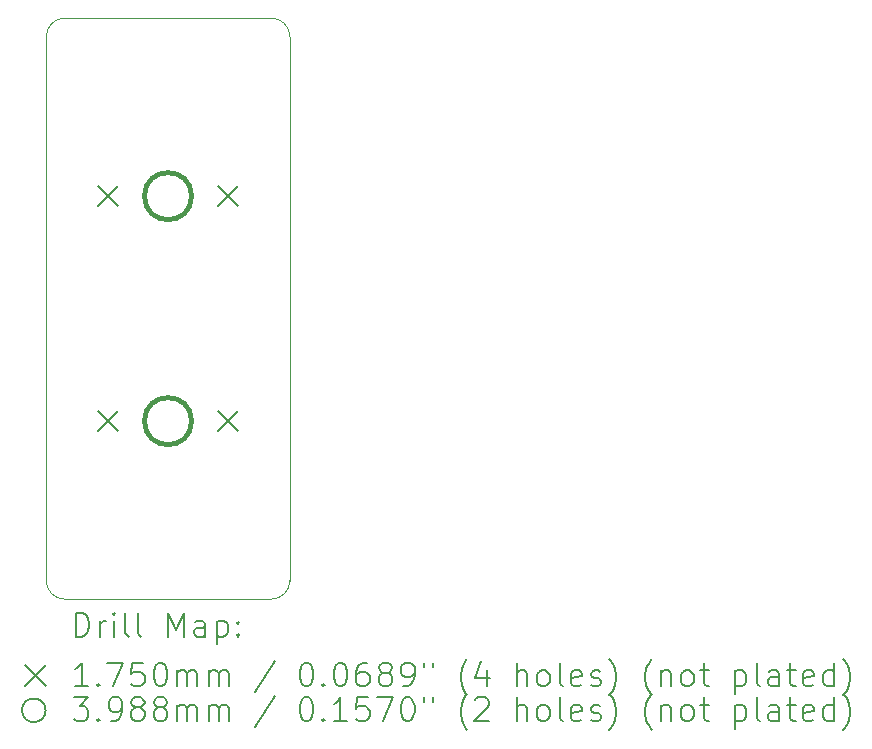
<source format=gbr>
%TF.GenerationSoftware,KiCad,Pcbnew,(6.0.7-1)-1*%
%TF.CreationDate,2022-12-25T16:23:55+07:00*%
%TF.ProjectId,pcb,7063622e-6b69-4636-9164-5f7063625858,rev?*%
%TF.SameCoordinates,Original*%
%TF.FileFunction,Drillmap*%
%TF.FilePolarity,Positive*%
%FSLAX45Y45*%
G04 Gerber Fmt 4.5, Leading zero omitted, Abs format (unit mm)*
G04 Created by KiCad (PCBNEW (6.0.7-1)-1) date 2022-12-25 16:23:55*
%MOMM*%
%LPD*%
G01*
G04 APERTURE LIST*
%ADD10C,0.100000*%
%ADD11C,0.200000*%
%ADD12C,0.175000*%
%ADD13C,0.398780*%
G04 APERTURE END LIST*
D10*
X13922375Y-9207500D02*
X13922375Y-4921250D01*
X12017375Y-4603745D02*
G75*
G03*
X11858625Y-4762500I5J-158755D01*
G01*
X13922370Y-4762500D02*
G75*
G03*
X13763625Y-4603750I-158750J0D01*
G01*
X11858625Y-4921250D02*
X11858625Y-9207500D01*
X12017375Y-9525000D02*
X13763625Y-9525000D01*
X11858625Y-4921250D02*
X11858625Y-4762500D01*
X13922375Y-9207500D02*
X13922375Y-9366250D01*
X13763625Y-4603750D02*
X12017375Y-4603750D01*
X11858630Y-9366250D02*
G75*
G03*
X12017375Y-9525000I158750J0D01*
G01*
X11858625Y-9207500D02*
X11858625Y-9366250D01*
X13922375Y-4921250D02*
X13922375Y-4762500D01*
X13763625Y-9525005D02*
G75*
G03*
X13922375Y-9366250I-5J158755D01*
G01*
D11*
D12*
X12295000Y-6024375D02*
X12470000Y-6199375D01*
X12470000Y-6024375D02*
X12295000Y-6199375D01*
X12295000Y-7929375D02*
X12470000Y-8104375D01*
X12470000Y-7929375D02*
X12295000Y-8104375D01*
X13311000Y-6024375D02*
X13486000Y-6199375D01*
X13486000Y-6024375D02*
X13311000Y-6199375D01*
X13311000Y-7929375D02*
X13486000Y-8104375D01*
X13486000Y-7929375D02*
X13311000Y-8104375D01*
D13*
X13089890Y-6111875D02*
G75*
G03*
X13089890Y-6111875I-199390J0D01*
G01*
X13089890Y-8016875D02*
G75*
G03*
X13089890Y-8016875I-199390J0D01*
G01*
D11*
X12111244Y-9840476D02*
X12111244Y-9640476D01*
X12158863Y-9640476D01*
X12187434Y-9650000D01*
X12206482Y-9669048D01*
X12216006Y-9688095D01*
X12225530Y-9726190D01*
X12225530Y-9754762D01*
X12216006Y-9792857D01*
X12206482Y-9811905D01*
X12187434Y-9830952D01*
X12158863Y-9840476D01*
X12111244Y-9840476D01*
X12311244Y-9840476D02*
X12311244Y-9707143D01*
X12311244Y-9745238D02*
X12320768Y-9726190D01*
X12330292Y-9716667D01*
X12349339Y-9707143D01*
X12368387Y-9707143D01*
X12435053Y-9840476D02*
X12435053Y-9707143D01*
X12435053Y-9640476D02*
X12425530Y-9650000D01*
X12435053Y-9659524D01*
X12444577Y-9650000D01*
X12435053Y-9640476D01*
X12435053Y-9659524D01*
X12558863Y-9840476D02*
X12539815Y-9830952D01*
X12530292Y-9811905D01*
X12530292Y-9640476D01*
X12663625Y-9840476D02*
X12644577Y-9830952D01*
X12635053Y-9811905D01*
X12635053Y-9640476D01*
X12892196Y-9840476D02*
X12892196Y-9640476D01*
X12958863Y-9783333D01*
X13025530Y-9640476D01*
X13025530Y-9840476D01*
X13206482Y-9840476D02*
X13206482Y-9735714D01*
X13196958Y-9716667D01*
X13177911Y-9707143D01*
X13139815Y-9707143D01*
X13120768Y-9716667D01*
X13206482Y-9830952D02*
X13187434Y-9840476D01*
X13139815Y-9840476D01*
X13120768Y-9830952D01*
X13111244Y-9811905D01*
X13111244Y-9792857D01*
X13120768Y-9773810D01*
X13139815Y-9764286D01*
X13187434Y-9764286D01*
X13206482Y-9754762D01*
X13301720Y-9707143D02*
X13301720Y-9907143D01*
X13301720Y-9716667D02*
X13320768Y-9707143D01*
X13358863Y-9707143D01*
X13377911Y-9716667D01*
X13387434Y-9726190D01*
X13396958Y-9745238D01*
X13396958Y-9802381D01*
X13387434Y-9821429D01*
X13377911Y-9830952D01*
X13358863Y-9840476D01*
X13320768Y-9840476D01*
X13301720Y-9830952D01*
X13482673Y-9821429D02*
X13492196Y-9830952D01*
X13482673Y-9840476D01*
X13473149Y-9830952D01*
X13482673Y-9821429D01*
X13482673Y-9840476D01*
X13482673Y-9716667D02*
X13492196Y-9726190D01*
X13482673Y-9735714D01*
X13473149Y-9726190D01*
X13482673Y-9716667D01*
X13482673Y-9735714D01*
D12*
X11678625Y-10082500D02*
X11853625Y-10257500D01*
X11853625Y-10082500D02*
X11678625Y-10257500D01*
D11*
X12216006Y-10260476D02*
X12101720Y-10260476D01*
X12158863Y-10260476D02*
X12158863Y-10060476D01*
X12139815Y-10089048D01*
X12120768Y-10108095D01*
X12101720Y-10117619D01*
X12301720Y-10241429D02*
X12311244Y-10250952D01*
X12301720Y-10260476D01*
X12292196Y-10250952D01*
X12301720Y-10241429D01*
X12301720Y-10260476D01*
X12377911Y-10060476D02*
X12511244Y-10060476D01*
X12425530Y-10260476D01*
X12682673Y-10060476D02*
X12587434Y-10060476D01*
X12577911Y-10155714D01*
X12587434Y-10146190D01*
X12606482Y-10136667D01*
X12654101Y-10136667D01*
X12673149Y-10146190D01*
X12682673Y-10155714D01*
X12692196Y-10174762D01*
X12692196Y-10222381D01*
X12682673Y-10241429D01*
X12673149Y-10250952D01*
X12654101Y-10260476D01*
X12606482Y-10260476D01*
X12587434Y-10250952D01*
X12577911Y-10241429D01*
X12816006Y-10060476D02*
X12835053Y-10060476D01*
X12854101Y-10070000D01*
X12863625Y-10079524D01*
X12873149Y-10098571D01*
X12882673Y-10136667D01*
X12882673Y-10184286D01*
X12873149Y-10222381D01*
X12863625Y-10241429D01*
X12854101Y-10250952D01*
X12835053Y-10260476D01*
X12816006Y-10260476D01*
X12796958Y-10250952D01*
X12787434Y-10241429D01*
X12777911Y-10222381D01*
X12768387Y-10184286D01*
X12768387Y-10136667D01*
X12777911Y-10098571D01*
X12787434Y-10079524D01*
X12796958Y-10070000D01*
X12816006Y-10060476D01*
X12968387Y-10260476D02*
X12968387Y-10127143D01*
X12968387Y-10146190D02*
X12977911Y-10136667D01*
X12996958Y-10127143D01*
X13025530Y-10127143D01*
X13044577Y-10136667D01*
X13054101Y-10155714D01*
X13054101Y-10260476D01*
X13054101Y-10155714D02*
X13063625Y-10136667D01*
X13082673Y-10127143D01*
X13111244Y-10127143D01*
X13130292Y-10136667D01*
X13139815Y-10155714D01*
X13139815Y-10260476D01*
X13235053Y-10260476D02*
X13235053Y-10127143D01*
X13235053Y-10146190D02*
X13244577Y-10136667D01*
X13263625Y-10127143D01*
X13292196Y-10127143D01*
X13311244Y-10136667D01*
X13320768Y-10155714D01*
X13320768Y-10260476D01*
X13320768Y-10155714D02*
X13330292Y-10136667D01*
X13349339Y-10127143D01*
X13377911Y-10127143D01*
X13396958Y-10136667D01*
X13406482Y-10155714D01*
X13406482Y-10260476D01*
X13796958Y-10050952D02*
X13625530Y-10308095D01*
X14054101Y-10060476D02*
X14073149Y-10060476D01*
X14092196Y-10070000D01*
X14101720Y-10079524D01*
X14111244Y-10098571D01*
X14120768Y-10136667D01*
X14120768Y-10184286D01*
X14111244Y-10222381D01*
X14101720Y-10241429D01*
X14092196Y-10250952D01*
X14073149Y-10260476D01*
X14054101Y-10260476D01*
X14035053Y-10250952D01*
X14025530Y-10241429D01*
X14016006Y-10222381D01*
X14006482Y-10184286D01*
X14006482Y-10136667D01*
X14016006Y-10098571D01*
X14025530Y-10079524D01*
X14035053Y-10070000D01*
X14054101Y-10060476D01*
X14206482Y-10241429D02*
X14216006Y-10250952D01*
X14206482Y-10260476D01*
X14196958Y-10250952D01*
X14206482Y-10241429D01*
X14206482Y-10260476D01*
X14339815Y-10060476D02*
X14358863Y-10060476D01*
X14377911Y-10070000D01*
X14387434Y-10079524D01*
X14396958Y-10098571D01*
X14406482Y-10136667D01*
X14406482Y-10184286D01*
X14396958Y-10222381D01*
X14387434Y-10241429D01*
X14377911Y-10250952D01*
X14358863Y-10260476D01*
X14339815Y-10260476D01*
X14320768Y-10250952D01*
X14311244Y-10241429D01*
X14301720Y-10222381D01*
X14292196Y-10184286D01*
X14292196Y-10136667D01*
X14301720Y-10098571D01*
X14311244Y-10079524D01*
X14320768Y-10070000D01*
X14339815Y-10060476D01*
X14577911Y-10060476D02*
X14539815Y-10060476D01*
X14520768Y-10070000D01*
X14511244Y-10079524D01*
X14492196Y-10108095D01*
X14482673Y-10146190D01*
X14482673Y-10222381D01*
X14492196Y-10241429D01*
X14501720Y-10250952D01*
X14520768Y-10260476D01*
X14558863Y-10260476D01*
X14577911Y-10250952D01*
X14587434Y-10241429D01*
X14596958Y-10222381D01*
X14596958Y-10174762D01*
X14587434Y-10155714D01*
X14577911Y-10146190D01*
X14558863Y-10136667D01*
X14520768Y-10136667D01*
X14501720Y-10146190D01*
X14492196Y-10155714D01*
X14482673Y-10174762D01*
X14711244Y-10146190D02*
X14692196Y-10136667D01*
X14682673Y-10127143D01*
X14673149Y-10108095D01*
X14673149Y-10098571D01*
X14682673Y-10079524D01*
X14692196Y-10070000D01*
X14711244Y-10060476D01*
X14749339Y-10060476D01*
X14768387Y-10070000D01*
X14777911Y-10079524D01*
X14787434Y-10098571D01*
X14787434Y-10108095D01*
X14777911Y-10127143D01*
X14768387Y-10136667D01*
X14749339Y-10146190D01*
X14711244Y-10146190D01*
X14692196Y-10155714D01*
X14682673Y-10165238D01*
X14673149Y-10184286D01*
X14673149Y-10222381D01*
X14682673Y-10241429D01*
X14692196Y-10250952D01*
X14711244Y-10260476D01*
X14749339Y-10260476D01*
X14768387Y-10250952D01*
X14777911Y-10241429D01*
X14787434Y-10222381D01*
X14787434Y-10184286D01*
X14777911Y-10165238D01*
X14768387Y-10155714D01*
X14749339Y-10146190D01*
X14882673Y-10260476D02*
X14920768Y-10260476D01*
X14939815Y-10250952D01*
X14949339Y-10241429D01*
X14968387Y-10212857D01*
X14977911Y-10174762D01*
X14977911Y-10098571D01*
X14968387Y-10079524D01*
X14958863Y-10070000D01*
X14939815Y-10060476D01*
X14901720Y-10060476D01*
X14882673Y-10070000D01*
X14873149Y-10079524D01*
X14863625Y-10098571D01*
X14863625Y-10146190D01*
X14873149Y-10165238D01*
X14882673Y-10174762D01*
X14901720Y-10184286D01*
X14939815Y-10184286D01*
X14958863Y-10174762D01*
X14968387Y-10165238D01*
X14977911Y-10146190D01*
X15054101Y-10060476D02*
X15054101Y-10098571D01*
X15130292Y-10060476D02*
X15130292Y-10098571D01*
X15425530Y-10336667D02*
X15416006Y-10327143D01*
X15396958Y-10298571D01*
X15387434Y-10279524D01*
X15377911Y-10250952D01*
X15368387Y-10203333D01*
X15368387Y-10165238D01*
X15377911Y-10117619D01*
X15387434Y-10089048D01*
X15396958Y-10070000D01*
X15416006Y-10041429D01*
X15425530Y-10031905D01*
X15587434Y-10127143D02*
X15587434Y-10260476D01*
X15539815Y-10050952D02*
X15492196Y-10193810D01*
X15616006Y-10193810D01*
X15844577Y-10260476D02*
X15844577Y-10060476D01*
X15930292Y-10260476D02*
X15930292Y-10155714D01*
X15920768Y-10136667D01*
X15901720Y-10127143D01*
X15873149Y-10127143D01*
X15854101Y-10136667D01*
X15844577Y-10146190D01*
X16054101Y-10260476D02*
X16035053Y-10250952D01*
X16025530Y-10241429D01*
X16016006Y-10222381D01*
X16016006Y-10165238D01*
X16025530Y-10146190D01*
X16035053Y-10136667D01*
X16054101Y-10127143D01*
X16082673Y-10127143D01*
X16101720Y-10136667D01*
X16111244Y-10146190D01*
X16120768Y-10165238D01*
X16120768Y-10222381D01*
X16111244Y-10241429D01*
X16101720Y-10250952D01*
X16082673Y-10260476D01*
X16054101Y-10260476D01*
X16235053Y-10260476D02*
X16216006Y-10250952D01*
X16206482Y-10231905D01*
X16206482Y-10060476D01*
X16387434Y-10250952D02*
X16368387Y-10260476D01*
X16330292Y-10260476D01*
X16311244Y-10250952D01*
X16301720Y-10231905D01*
X16301720Y-10155714D01*
X16311244Y-10136667D01*
X16330292Y-10127143D01*
X16368387Y-10127143D01*
X16387434Y-10136667D01*
X16396958Y-10155714D01*
X16396958Y-10174762D01*
X16301720Y-10193810D01*
X16473149Y-10250952D02*
X16492196Y-10260476D01*
X16530292Y-10260476D01*
X16549339Y-10250952D01*
X16558863Y-10231905D01*
X16558863Y-10222381D01*
X16549339Y-10203333D01*
X16530292Y-10193810D01*
X16501720Y-10193810D01*
X16482673Y-10184286D01*
X16473149Y-10165238D01*
X16473149Y-10155714D01*
X16482673Y-10136667D01*
X16501720Y-10127143D01*
X16530292Y-10127143D01*
X16549339Y-10136667D01*
X16625530Y-10336667D02*
X16635053Y-10327143D01*
X16654101Y-10298571D01*
X16663625Y-10279524D01*
X16673149Y-10250952D01*
X16682673Y-10203333D01*
X16682673Y-10165238D01*
X16673149Y-10117619D01*
X16663625Y-10089048D01*
X16654101Y-10070000D01*
X16635053Y-10041429D01*
X16625530Y-10031905D01*
X16987435Y-10336667D02*
X16977911Y-10327143D01*
X16958863Y-10298571D01*
X16949339Y-10279524D01*
X16939815Y-10250952D01*
X16930292Y-10203333D01*
X16930292Y-10165238D01*
X16939815Y-10117619D01*
X16949339Y-10089048D01*
X16958863Y-10070000D01*
X16977911Y-10041429D01*
X16987435Y-10031905D01*
X17063625Y-10127143D02*
X17063625Y-10260476D01*
X17063625Y-10146190D02*
X17073149Y-10136667D01*
X17092196Y-10127143D01*
X17120768Y-10127143D01*
X17139815Y-10136667D01*
X17149339Y-10155714D01*
X17149339Y-10260476D01*
X17273149Y-10260476D02*
X17254101Y-10250952D01*
X17244577Y-10241429D01*
X17235054Y-10222381D01*
X17235054Y-10165238D01*
X17244577Y-10146190D01*
X17254101Y-10136667D01*
X17273149Y-10127143D01*
X17301720Y-10127143D01*
X17320768Y-10136667D01*
X17330292Y-10146190D01*
X17339815Y-10165238D01*
X17339815Y-10222381D01*
X17330292Y-10241429D01*
X17320768Y-10250952D01*
X17301720Y-10260476D01*
X17273149Y-10260476D01*
X17396958Y-10127143D02*
X17473149Y-10127143D01*
X17425530Y-10060476D02*
X17425530Y-10231905D01*
X17435054Y-10250952D01*
X17454101Y-10260476D01*
X17473149Y-10260476D01*
X17692196Y-10127143D02*
X17692196Y-10327143D01*
X17692196Y-10136667D02*
X17711244Y-10127143D01*
X17749339Y-10127143D01*
X17768387Y-10136667D01*
X17777911Y-10146190D01*
X17787435Y-10165238D01*
X17787435Y-10222381D01*
X17777911Y-10241429D01*
X17768387Y-10250952D01*
X17749339Y-10260476D01*
X17711244Y-10260476D01*
X17692196Y-10250952D01*
X17901720Y-10260476D02*
X17882673Y-10250952D01*
X17873149Y-10231905D01*
X17873149Y-10060476D01*
X18063625Y-10260476D02*
X18063625Y-10155714D01*
X18054101Y-10136667D01*
X18035054Y-10127143D01*
X17996958Y-10127143D01*
X17977911Y-10136667D01*
X18063625Y-10250952D02*
X18044577Y-10260476D01*
X17996958Y-10260476D01*
X17977911Y-10250952D01*
X17968387Y-10231905D01*
X17968387Y-10212857D01*
X17977911Y-10193810D01*
X17996958Y-10184286D01*
X18044577Y-10184286D01*
X18063625Y-10174762D01*
X18130292Y-10127143D02*
X18206482Y-10127143D01*
X18158863Y-10060476D02*
X18158863Y-10231905D01*
X18168387Y-10250952D01*
X18187435Y-10260476D01*
X18206482Y-10260476D01*
X18349339Y-10250952D02*
X18330292Y-10260476D01*
X18292196Y-10260476D01*
X18273149Y-10250952D01*
X18263625Y-10231905D01*
X18263625Y-10155714D01*
X18273149Y-10136667D01*
X18292196Y-10127143D01*
X18330292Y-10127143D01*
X18349339Y-10136667D01*
X18358863Y-10155714D01*
X18358863Y-10174762D01*
X18263625Y-10193810D01*
X18530292Y-10260476D02*
X18530292Y-10060476D01*
X18530292Y-10250952D02*
X18511244Y-10260476D01*
X18473149Y-10260476D01*
X18454101Y-10250952D01*
X18444577Y-10241429D01*
X18435054Y-10222381D01*
X18435054Y-10165238D01*
X18444577Y-10146190D01*
X18454101Y-10136667D01*
X18473149Y-10127143D01*
X18511244Y-10127143D01*
X18530292Y-10136667D01*
X18606482Y-10336667D02*
X18616006Y-10327143D01*
X18635054Y-10298571D01*
X18644577Y-10279524D01*
X18654101Y-10250952D01*
X18663625Y-10203333D01*
X18663625Y-10165238D01*
X18654101Y-10117619D01*
X18644577Y-10089048D01*
X18635054Y-10070000D01*
X18616006Y-10041429D01*
X18606482Y-10031905D01*
X11853625Y-10465000D02*
G75*
G03*
X11853625Y-10465000I-100000J0D01*
G01*
X12092196Y-10355476D02*
X12216006Y-10355476D01*
X12149339Y-10431667D01*
X12177911Y-10431667D01*
X12196958Y-10441190D01*
X12206482Y-10450714D01*
X12216006Y-10469762D01*
X12216006Y-10517381D01*
X12206482Y-10536429D01*
X12196958Y-10545952D01*
X12177911Y-10555476D01*
X12120768Y-10555476D01*
X12101720Y-10545952D01*
X12092196Y-10536429D01*
X12301720Y-10536429D02*
X12311244Y-10545952D01*
X12301720Y-10555476D01*
X12292196Y-10545952D01*
X12301720Y-10536429D01*
X12301720Y-10555476D01*
X12406482Y-10555476D02*
X12444577Y-10555476D01*
X12463625Y-10545952D01*
X12473149Y-10536429D01*
X12492196Y-10507857D01*
X12501720Y-10469762D01*
X12501720Y-10393571D01*
X12492196Y-10374524D01*
X12482673Y-10365000D01*
X12463625Y-10355476D01*
X12425530Y-10355476D01*
X12406482Y-10365000D01*
X12396958Y-10374524D01*
X12387434Y-10393571D01*
X12387434Y-10441190D01*
X12396958Y-10460238D01*
X12406482Y-10469762D01*
X12425530Y-10479286D01*
X12463625Y-10479286D01*
X12482673Y-10469762D01*
X12492196Y-10460238D01*
X12501720Y-10441190D01*
X12616006Y-10441190D02*
X12596958Y-10431667D01*
X12587434Y-10422143D01*
X12577911Y-10403095D01*
X12577911Y-10393571D01*
X12587434Y-10374524D01*
X12596958Y-10365000D01*
X12616006Y-10355476D01*
X12654101Y-10355476D01*
X12673149Y-10365000D01*
X12682673Y-10374524D01*
X12692196Y-10393571D01*
X12692196Y-10403095D01*
X12682673Y-10422143D01*
X12673149Y-10431667D01*
X12654101Y-10441190D01*
X12616006Y-10441190D01*
X12596958Y-10450714D01*
X12587434Y-10460238D01*
X12577911Y-10479286D01*
X12577911Y-10517381D01*
X12587434Y-10536429D01*
X12596958Y-10545952D01*
X12616006Y-10555476D01*
X12654101Y-10555476D01*
X12673149Y-10545952D01*
X12682673Y-10536429D01*
X12692196Y-10517381D01*
X12692196Y-10479286D01*
X12682673Y-10460238D01*
X12673149Y-10450714D01*
X12654101Y-10441190D01*
X12806482Y-10441190D02*
X12787434Y-10431667D01*
X12777911Y-10422143D01*
X12768387Y-10403095D01*
X12768387Y-10393571D01*
X12777911Y-10374524D01*
X12787434Y-10365000D01*
X12806482Y-10355476D01*
X12844577Y-10355476D01*
X12863625Y-10365000D01*
X12873149Y-10374524D01*
X12882673Y-10393571D01*
X12882673Y-10403095D01*
X12873149Y-10422143D01*
X12863625Y-10431667D01*
X12844577Y-10441190D01*
X12806482Y-10441190D01*
X12787434Y-10450714D01*
X12777911Y-10460238D01*
X12768387Y-10479286D01*
X12768387Y-10517381D01*
X12777911Y-10536429D01*
X12787434Y-10545952D01*
X12806482Y-10555476D01*
X12844577Y-10555476D01*
X12863625Y-10545952D01*
X12873149Y-10536429D01*
X12882673Y-10517381D01*
X12882673Y-10479286D01*
X12873149Y-10460238D01*
X12863625Y-10450714D01*
X12844577Y-10441190D01*
X12968387Y-10555476D02*
X12968387Y-10422143D01*
X12968387Y-10441190D02*
X12977911Y-10431667D01*
X12996958Y-10422143D01*
X13025530Y-10422143D01*
X13044577Y-10431667D01*
X13054101Y-10450714D01*
X13054101Y-10555476D01*
X13054101Y-10450714D02*
X13063625Y-10431667D01*
X13082673Y-10422143D01*
X13111244Y-10422143D01*
X13130292Y-10431667D01*
X13139815Y-10450714D01*
X13139815Y-10555476D01*
X13235053Y-10555476D02*
X13235053Y-10422143D01*
X13235053Y-10441190D02*
X13244577Y-10431667D01*
X13263625Y-10422143D01*
X13292196Y-10422143D01*
X13311244Y-10431667D01*
X13320768Y-10450714D01*
X13320768Y-10555476D01*
X13320768Y-10450714D02*
X13330292Y-10431667D01*
X13349339Y-10422143D01*
X13377911Y-10422143D01*
X13396958Y-10431667D01*
X13406482Y-10450714D01*
X13406482Y-10555476D01*
X13796958Y-10345952D02*
X13625530Y-10603095D01*
X14054101Y-10355476D02*
X14073149Y-10355476D01*
X14092196Y-10365000D01*
X14101720Y-10374524D01*
X14111244Y-10393571D01*
X14120768Y-10431667D01*
X14120768Y-10479286D01*
X14111244Y-10517381D01*
X14101720Y-10536429D01*
X14092196Y-10545952D01*
X14073149Y-10555476D01*
X14054101Y-10555476D01*
X14035053Y-10545952D01*
X14025530Y-10536429D01*
X14016006Y-10517381D01*
X14006482Y-10479286D01*
X14006482Y-10431667D01*
X14016006Y-10393571D01*
X14025530Y-10374524D01*
X14035053Y-10365000D01*
X14054101Y-10355476D01*
X14206482Y-10536429D02*
X14216006Y-10545952D01*
X14206482Y-10555476D01*
X14196958Y-10545952D01*
X14206482Y-10536429D01*
X14206482Y-10555476D01*
X14406482Y-10555476D02*
X14292196Y-10555476D01*
X14349339Y-10555476D02*
X14349339Y-10355476D01*
X14330292Y-10384048D01*
X14311244Y-10403095D01*
X14292196Y-10412619D01*
X14587434Y-10355476D02*
X14492196Y-10355476D01*
X14482673Y-10450714D01*
X14492196Y-10441190D01*
X14511244Y-10431667D01*
X14558863Y-10431667D01*
X14577911Y-10441190D01*
X14587434Y-10450714D01*
X14596958Y-10469762D01*
X14596958Y-10517381D01*
X14587434Y-10536429D01*
X14577911Y-10545952D01*
X14558863Y-10555476D01*
X14511244Y-10555476D01*
X14492196Y-10545952D01*
X14482673Y-10536429D01*
X14663625Y-10355476D02*
X14796958Y-10355476D01*
X14711244Y-10555476D01*
X14911244Y-10355476D02*
X14930292Y-10355476D01*
X14949339Y-10365000D01*
X14958863Y-10374524D01*
X14968387Y-10393571D01*
X14977911Y-10431667D01*
X14977911Y-10479286D01*
X14968387Y-10517381D01*
X14958863Y-10536429D01*
X14949339Y-10545952D01*
X14930292Y-10555476D01*
X14911244Y-10555476D01*
X14892196Y-10545952D01*
X14882673Y-10536429D01*
X14873149Y-10517381D01*
X14863625Y-10479286D01*
X14863625Y-10431667D01*
X14873149Y-10393571D01*
X14882673Y-10374524D01*
X14892196Y-10365000D01*
X14911244Y-10355476D01*
X15054101Y-10355476D02*
X15054101Y-10393571D01*
X15130292Y-10355476D02*
X15130292Y-10393571D01*
X15425530Y-10631667D02*
X15416006Y-10622143D01*
X15396958Y-10593571D01*
X15387434Y-10574524D01*
X15377911Y-10545952D01*
X15368387Y-10498333D01*
X15368387Y-10460238D01*
X15377911Y-10412619D01*
X15387434Y-10384048D01*
X15396958Y-10365000D01*
X15416006Y-10336429D01*
X15425530Y-10326905D01*
X15492196Y-10374524D02*
X15501720Y-10365000D01*
X15520768Y-10355476D01*
X15568387Y-10355476D01*
X15587434Y-10365000D01*
X15596958Y-10374524D01*
X15606482Y-10393571D01*
X15606482Y-10412619D01*
X15596958Y-10441190D01*
X15482673Y-10555476D01*
X15606482Y-10555476D01*
X15844577Y-10555476D02*
X15844577Y-10355476D01*
X15930292Y-10555476D02*
X15930292Y-10450714D01*
X15920768Y-10431667D01*
X15901720Y-10422143D01*
X15873149Y-10422143D01*
X15854101Y-10431667D01*
X15844577Y-10441190D01*
X16054101Y-10555476D02*
X16035053Y-10545952D01*
X16025530Y-10536429D01*
X16016006Y-10517381D01*
X16016006Y-10460238D01*
X16025530Y-10441190D01*
X16035053Y-10431667D01*
X16054101Y-10422143D01*
X16082673Y-10422143D01*
X16101720Y-10431667D01*
X16111244Y-10441190D01*
X16120768Y-10460238D01*
X16120768Y-10517381D01*
X16111244Y-10536429D01*
X16101720Y-10545952D01*
X16082673Y-10555476D01*
X16054101Y-10555476D01*
X16235053Y-10555476D02*
X16216006Y-10545952D01*
X16206482Y-10526905D01*
X16206482Y-10355476D01*
X16387434Y-10545952D02*
X16368387Y-10555476D01*
X16330292Y-10555476D01*
X16311244Y-10545952D01*
X16301720Y-10526905D01*
X16301720Y-10450714D01*
X16311244Y-10431667D01*
X16330292Y-10422143D01*
X16368387Y-10422143D01*
X16387434Y-10431667D01*
X16396958Y-10450714D01*
X16396958Y-10469762D01*
X16301720Y-10488810D01*
X16473149Y-10545952D02*
X16492196Y-10555476D01*
X16530292Y-10555476D01*
X16549339Y-10545952D01*
X16558863Y-10526905D01*
X16558863Y-10517381D01*
X16549339Y-10498333D01*
X16530292Y-10488810D01*
X16501720Y-10488810D01*
X16482673Y-10479286D01*
X16473149Y-10460238D01*
X16473149Y-10450714D01*
X16482673Y-10431667D01*
X16501720Y-10422143D01*
X16530292Y-10422143D01*
X16549339Y-10431667D01*
X16625530Y-10631667D02*
X16635053Y-10622143D01*
X16654101Y-10593571D01*
X16663625Y-10574524D01*
X16673149Y-10545952D01*
X16682673Y-10498333D01*
X16682673Y-10460238D01*
X16673149Y-10412619D01*
X16663625Y-10384048D01*
X16654101Y-10365000D01*
X16635053Y-10336429D01*
X16625530Y-10326905D01*
X16987435Y-10631667D02*
X16977911Y-10622143D01*
X16958863Y-10593571D01*
X16949339Y-10574524D01*
X16939815Y-10545952D01*
X16930292Y-10498333D01*
X16930292Y-10460238D01*
X16939815Y-10412619D01*
X16949339Y-10384048D01*
X16958863Y-10365000D01*
X16977911Y-10336429D01*
X16987435Y-10326905D01*
X17063625Y-10422143D02*
X17063625Y-10555476D01*
X17063625Y-10441190D02*
X17073149Y-10431667D01*
X17092196Y-10422143D01*
X17120768Y-10422143D01*
X17139815Y-10431667D01*
X17149339Y-10450714D01*
X17149339Y-10555476D01*
X17273149Y-10555476D02*
X17254101Y-10545952D01*
X17244577Y-10536429D01*
X17235054Y-10517381D01*
X17235054Y-10460238D01*
X17244577Y-10441190D01*
X17254101Y-10431667D01*
X17273149Y-10422143D01*
X17301720Y-10422143D01*
X17320768Y-10431667D01*
X17330292Y-10441190D01*
X17339815Y-10460238D01*
X17339815Y-10517381D01*
X17330292Y-10536429D01*
X17320768Y-10545952D01*
X17301720Y-10555476D01*
X17273149Y-10555476D01*
X17396958Y-10422143D02*
X17473149Y-10422143D01*
X17425530Y-10355476D02*
X17425530Y-10526905D01*
X17435054Y-10545952D01*
X17454101Y-10555476D01*
X17473149Y-10555476D01*
X17692196Y-10422143D02*
X17692196Y-10622143D01*
X17692196Y-10431667D02*
X17711244Y-10422143D01*
X17749339Y-10422143D01*
X17768387Y-10431667D01*
X17777911Y-10441190D01*
X17787435Y-10460238D01*
X17787435Y-10517381D01*
X17777911Y-10536429D01*
X17768387Y-10545952D01*
X17749339Y-10555476D01*
X17711244Y-10555476D01*
X17692196Y-10545952D01*
X17901720Y-10555476D02*
X17882673Y-10545952D01*
X17873149Y-10526905D01*
X17873149Y-10355476D01*
X18063625Y-10555476D02*
X18063625Y-10450714D01*
X18054101Y-10431667D01*
X18035054Y-10422143D01*
X17996958Y-10422143D01*
X17977911Y-10431667D01*
X18063625Y-10545952D02*
X18044577Y-10555476D01*
X17996958Y-10555476D01*
X17977911Y-10545952D01*
X17968387Y-10526905D01*
X17968387Y-10507857D01*
X17977911Y-10488810D01*
X17996958Y-10479286D01*
X18044577Y-10479286D01*
X18063625Y-10469762D01*
X18130292Y-10422143D02*
X18206482Y-10422143D01*
X18158863Y-10355476D02*
X18158863Y-10526905D01*
X18168387Y-10545952D01*
X18187435Y-10555476D01*
X18206482Y-10555476D01*
X18349339Y-10545952D02*
X18330292Y-10555476D01*
X18292196Y-10555476D01*
X18273149Y-10545952D01*
X18263625Y-10526905D01*
X18263625Y-10450714D01*
X18273149Y-10431667D01*
X18292196Y-10422143D01*
X18330292Y-10422143D01*
X18349339Y-10431667D01*
X18358863Y-10450714D01*
X18358863Y-10469762D01*
X18263625Y-10488810D01*
X18530292Y-10555476D02*
X18530292Y-10355476D01*
X18530292Y-10545952D02*
X18511244Y-10555476D01*
X18473149Y-10555476D01*
X18454101Y-10545952D01*
X18444577Y-10536429D01*
X18435054Y-10517381D01*
X18435054Y-10460238D01*
X18444577Y-10441190D01*
X18454101Y-10431667D01*
X18473149Y-10422143D01*
X18511244Y-10422143D01*
X18530292Y-10431667D01*
X18606482Y-10631667D02*
X18616006Y-10622143D01*
X18635054Y-10593571D01*
X18644577Y-10574524D01*
X18654101Y-10545952D01*
X18663625Y-10498333D01*
X18663625Y-10460238D01*
X18654101Y-10412619D01*
X18644577Y-10384048D01*
X18635054Y-10365000D01*
X18616006Y-10336429D01*
X18606482Y-10326905D01*
M02*

</source>
